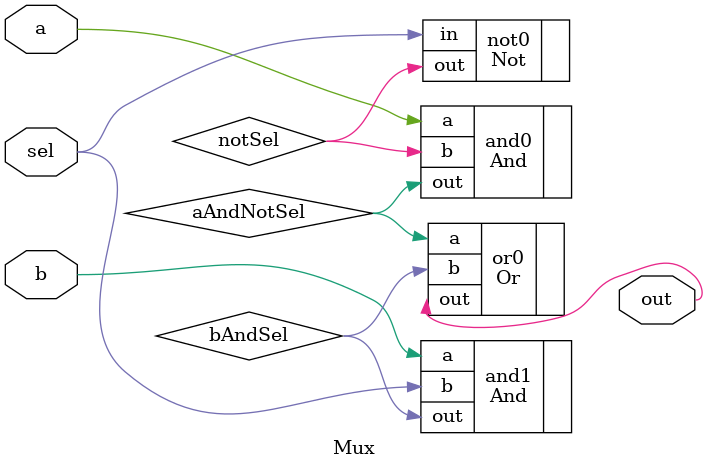
<source format=v>
/** 
 * Multiplexor:
 * out = a if sel == 0
 *       b otherwise
 */

`default_nettype none
module Mux(
	input a,
	input b,
	input sel,
	output out
);
	wire notSel;
	wire aAndNotSel;
	wire bAndSel;
	Not not0(.in(sel), .out(notSel));
	And and0(.a(a), .b(notSel), .out(aAndNotSel));
	And and1(.a(b), .b(sel), .out(bAndSel));
	Or or0(.a(aAndNotSel), .b(bAndSel), .out(out));
	// Put your code here:

endmodule

</source>
